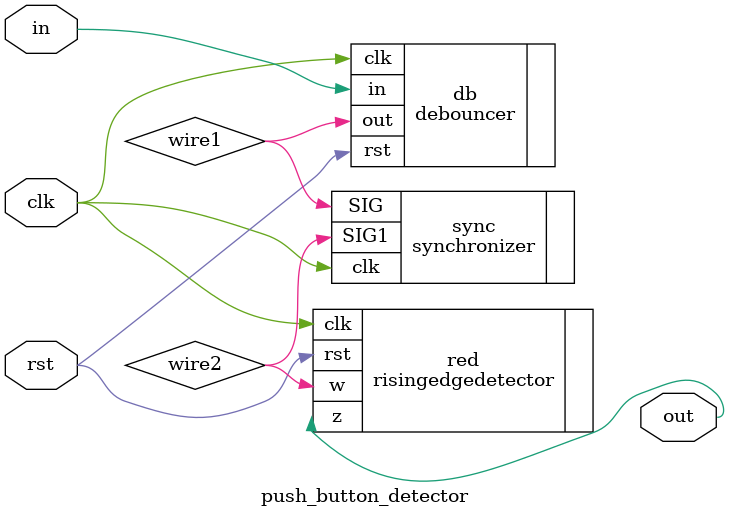
<source format=v>
`timescale 1ns / 1ps


//module push_button_detector(input clk,rst,enable,pushed,output reg out_final);
//wire out1;
//wire out2;

//debouncer debounce(clk,rst,push,out1);
//synchronizer synchronize(clk,out1,out2);
//rising_edge_detector detect(clk, rst, out2, outfinal);

//endmodule

module push_button_detector(input clk, rst, in, output out );

wire wire1, wire2;
debouncer db(.clk(clk), .rst(rst), .in(in), .out(wire1));
synchronizer sync(.clk(clk), .SIG(wire1), .SIG1(wire2));
risingedgedetector red(.clk(clk), .rst(rst), .w(wire2), .z(out));
endmodule


</source>
